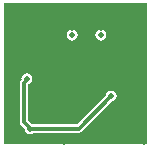
<source format=gbl>
G04*
G04 #@! TF.GenerationSoftware,Altium Limited,Altium Designer,19.0.10 (269)*
G04*
G04 Layer_Physical_Order=4*
G04 Layer_Color=16711680*
%FSLAX24Y24*%
%MOIN*%
G70*
G01*
G75*
%ADD29C,0.0118*%
%ADD36C,0.0197*%
%ADD38C,0.0165*%
%ADD39C,0.0169*%
G36*
X2360Y-2517D02*
X-2419D01*
Y2182D01*
X2360D01*
Y-2517D01*
D02*
G37*
%LPC*%
G36*
X817Y1303D02*
X748Y1289D01*
X689Y1250D01*
X650Y1191D01*
X636Y1122D01*
X650Y1053D01*
X689Y994D01*
X748Y955D01*
X817Y941D01*
X886Y955D01*
X945Y994D01*
X984Y1053D01*
X998Y1122D01*
X984Y1191D01*
X945Y1250D01*
X886Y1289D01*
X817Y1303D01*
D02*
G37*
G36*
X-128D02*
X-197Y1289D01*
X-256Y1250D01*
X-295Y1191D01*
X-309Y1122D01*
X-295Y1053D01*
X-256Y994D01*
X-197Y955D01*
X-128Y941D01*
X-59Y955D01*
X-0Y994D01*
X39Y1053D01*
X53Y1122D01*
X39Y1191D01*
X-0Y1250D01*
X-59Y1289D01*
X-128Y1303D01*
D02*
G37*
G36*
X-1643Y-143D02*
X-1712Y-157D01*
X-1771Y-196D01*
X-1810Y-255D01*
X-1824Y-324D01*
X-1820Y-342D01*
X-1839Y-361D01*
X-1870Y-407D01*
X-1880Y-460D01*
Y-1780D01*
X-1870Y-1834D01*
X-1839Y-1879D01*
X-1719Y-2000D01*
X-1707Y-2059D01*
X-1668Y-2118D01*
X-1609Y-2157D01*
X-1540Y-2171D01*
X-1471Y-2157D01*
X-1431Y-2130D01*
X86D01*
X140Y-2120D01*
X186Y-2089D01*
X1194Y-1082D01*
X1240Y-1072D01*
X1299Y-1033D01*
X1338Y-974D01*
X1352Y-905D01*
X1338Y-836D01*
X1299Y-778D01*
X1240Y-738D01*
X1171Y-725D01*
X1102Y-738D01*
X1043Y-778D01*
X1004Y-836D01*
X995Y-883D01*
X28Y-1850D01*
X-1431D01*
X-1471Y-1823D01*
X-1505Y-1816D01*
X-1600Y-1722D01*
Y-519D01*
X-1574Y-493D01*
X-1571Y-488D01*
X-1515Y-451D01*
X-1476Y-393D01*
X-1463Y-324D01*
X-1476Y-255D01*
X-1515Y-196D01*
X-1574Y-157D01*
X-1643Y-143D01*
D02*
G37*
%LPD*%
D29*
X-1540Y-1990D02*
X86D01*
X1171Y-905D01*
X-1740Y-1780D02*
X-1538Y-1982D01*
X-1740Y-1780D02*
Y-460D01*
X-1673Y-394D01*
D36*
X1144Y-2246D02*
D03*
X1813Y-966D02*
D03*
X1526Y-758D02*
D03*
X1171Y-905D02*
D03*
X1969Y837D02*
D03*
X1526Y815D02*
D03*
X1526Y1161D02*
D03*
X2244Y2077D02*
D03*
X1201Y2077D02*
D03*
X-420Y-2421D02*
D03*
X-1540Y-1990D02*
D03*
X-360Y-1130D02*
D03*
X-374Y-1374D02*
D03*
X-1490Y-1350D02*
D03*
X1821Y-389D02*
D03*
X2244Y249D02*
D03*
Y-389D02*
D03*
X1821Y249D02*
D03*
X1148Y190D02*
D03*
X924Y-303D02*
D03*
X1440Y-380D02*
D03*
X-1643Y-324D02*
D03*
X817Y1122D02*
D03*
X-128D02*
D03*
X-127Y1366D02*
D03*
X817D02*
D03*
X-2264Y-138D02*
D03*
Y778D02*
D03*
X-1870Y-2006D02*
D03*
X-1250Y2087D02*
D03*
X-807D02*
D03*
X2244Y1299D02*
D03*
X-1921Y2047D02*
D03*
X-1810Y1290D02*
D03*
X-2303Y1368D02*
D03*
Y2047D02*
D03*
X-1190Y-2350D02*
D03*
X-2303Y-2402D02*
D03*
X2264Y-1171D02*
D03*
Y-2421D02*
D03*
X320Y-2190D02*
D03*
D38*
X-1120Y870D02*
D03*
D39*
X67Y-72D02*
D03*
X-263Y-50D02*
D03*
M02*

</source>
